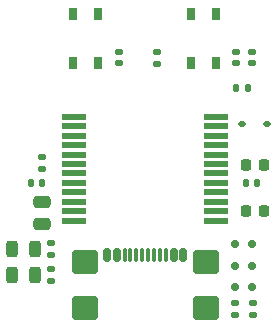
<source format=gtp>
G04 #@! TF.GenerationSoftware,KiCad,Pcbnew,7.0.11*
G04 #@! TF.CreationDate,2025-04-13T23:55:20+09:00*
G04 #@! TF.ProjectId,sch16t_evt,73636831-3674-45f6-9576-742e6b696361,rev?*
G04 #@! TF.SameCoordinates,Original*
G04 #@! TF.FileFunction,Paste,Top*
G04 #@! TF.FilePolarity,Positive*
%FSLAX46Y46*%
G04 Gerber Fmt 4.6, Leading zero omitted, Abs format (unit mm)*
G04 Created by KiCad (PCBNEW 7.0.11) date 2025-04-13 23:55:20*
%MOMM*%
%LPD*%
G01*
G04 APERTURE LIST*
G04 Aperture macros list*
%AMRoundRect*
0 Rectangle with rounded corners*
0 $1 Rounding radius*
0 $2 $3 $4 $5 $6 $7 $8 $9 X,Y pos of 4 corners*
0 Add a 4 corners polygon primitive as box body*
4,1,4,$2,$3,$4,$5,$6,$7,$8,$9,$2,$3,0*
0 Add four circle primitives for the rounded corners*
1,1,$1+$1,$2,$3*
1,1,$1+$1,$4,$5*
1,1,$1+$1,$6,$7*
1,1,$1+$1,$8,$9*
0 Add four rect primitives between the rounded corners*
20,1,$1+$1,$2,$3,$4,$5,0*
20,1,$1+$1,$4,$5,$6,$7,0*
20,1,$1+$1,$6,$7,$8,$9,0*
20,1,$1+$1,$8,$9,$2,$3,0*%
G04 Aperture macros list end*
%ADD10RoundRect,0.112500X-0.187500X-0.112500X0.187500X-0.112500X0.187500X0.112500X-0.187500X0.112500X0*%
%ADD11RoundRect,0.140000X0.170000X-0.140000X0.170000X0.140000X-0.170000X0.140000X-0.170000X-0.140000X0*%
%ADD12RoundRect,0.135000X0.185000X-0.135000X0.185000X0.135000X-0.185000X0.135000X-0.185000X-0.135000X0*%
%ADD13RoundRect,0.135000X-0.185000X0.135000X-0.185000X-0.135000X0.185000X-0.135000X0.185000X0.135000X0*%
%ADD14RoundRect,0.250000X-0.475000X0.250000X-0.475000X-0.250000X0.475000X-0.250000X0.475000X0.250000X0*%
%ADD15RoundRect,0.243750X-0.243750X-0.456250X0.243750X-0.456250X0.243750X0.456250X-0.243750X0.456250X0*%
%ADD16RoundRect,0.150000X-0.150000X-0.200000X0.150000X-0.200000X0.150000X0.200000X-0.150000X0.200000X0*%
%ADD17RoundRect,0.140000X-0.140000X-0.170000X0.140000X-0.170000X0.140000X0.170000X-0.140000X0.170000X0*%
%ADD18R,0.650000X1.050000*%
%ADD19RoundRect,0.150000X-0.150000X-0.425000X0.150000X-0.425000X0.150000X0.425000X-0.150000X0.425000X0*%
%ADD20RoundRect,0.075000X-0.075000X-0.500000X0.075000X-0.500000X0.075000X0.500000X-0.075000X0.500000X0*%
%ADD21RoundRect,0.250000X-0.840000X-0.750000X0.840000X-0.750000X0.840000X0.750000X-0.840000X0.750000X0*%
%ADD22R,2.000000X0.500000*%
%ADD23RoundRect,0.225000X-0.225000X-0.250000X0.225000X-0.250000X0.225000X0.250000X-0.225000X0.250000X0*%
%ADD24RoundRect,0.140000X0.140000X0.170000X-0.140000X0.170000X-0.140000X-0.170000X0.140000X-0.170000X0*%
%ADD25RoundRect,0.135000X0.135000X0.185000X-0.135000X0.185000X-0.135000X-0.185000X0.135000X-0.185000X0*%
G04 APERTURE END LIST*
D10*
X158200000Y-96200000D03*
X160300000Y-96200000D03*
D11*
X159000000Y-91075000D03*
X159000000Y-90115000D03*
D12*
X151000000Y-91120000D03*
X151000000Y-90100000D03*
D13*
X141300000Y-99000000D03*
X141300000Y-100020000D03*
X142000000Y-106250000D03*
X142000000Y-107270000D03*
D14*
X141250000Y-102800000D03*
X141250000Y-104700000D03*
D15*
X138750000Y-106770000D03*
X140625000Y-106770000D03*
D16*
X159000000Y-106400000D03*
X157600000Y-106400000D03*
D17*
X158500000Y-101200000D03*
X159460000Y-101200000D03*
D18*
X156000000Y-86925000D03*
X156000000Y-91075000D03*
X153850000Y-86925000D03*
X153850000Y-91075000D03*
D11*
X157700000Y-91075000D03*
X157700000Y-90115000D03*
D19*
X146800000Y-107320000D03*
X147600000Y-107320000D03*
D20*
X148750000Y-107320000D03*
X149750000Y-107320000D03*
X150250000Y-107320000D03*
X151250000Y-107320000D03*
D19*
X152400000Y-107320000D03*
X153200000Y-107320000D03*
X153200000Y-107320000D03*
X152400000Y-107320000D03*
D20*
X151750000Y-107320000D03*
X150750000Y-107320000D03*
X149250000Y-107320000D03*
X148250000Y-107320000D03*
D19*
X147600000Y-107320000D03*
X146800000Y-107320000D03*
D21*
X144890000Y-107895000D03*
X144890000Y-111825000D03*
X155110000Y-107895000D03*
X155110000Y-111825000D03*
D13*
X157600000Y-111390000D03*
X157600000Y-112410000D03*
D22*
X144000000Y-95600000D03*
X144000000Y-96400000D03*
X144000000Y-97200000D03*
X144000000Y-98000000D03*
X144000000Y-98800000D03*
X144000000Y-99600000D03*
X144000000Y-100400000D03*
X144000000Y-101200000D03*
X144000000Y-102000000D03*
X144000000Y-102800000D03*
X144000000Y-103600000D03*
X144000000Y-104400000D03*
X156000000Y-104400000D03*
X156000000Y-103600000D03*
X156000000Y-102800000D03*
X156000000Y-102000000D03*
X156000000Y-101200000D03*
X156000000Y-100400000D03*
X156000000Y-99600000D03*
X156000000Y-98800000D03*
X156000000Y-98000000D03*
X156000000Y-97200000D03*
X156000000Y-96400000D03*
X156000000Y-95600000D03*
D23*
X158500000Y-99700000D03*
X160050000Y-99700000D03*
D18*
X146000000Y-86925000D03*
X146000000Y-91075000D03*
X143850000Y-86925000D03*
X143850000Y-91075000D03*
D23*
X158500000Y-103613000D03*
X160050000Y-103613000D03*
D16*
X159000000Y-108200000D03*
X157600000Y-108200000D03*
X159000000Y-110000000D03*
X157600000Y-110000000D03*
D12*
X142000000Y-109520000D03*
X142000000Y-108500000D03*
D24*
X141300000Y-101200000D03*
X140340000Y-101200000D03*
D15*
X138750000Y-109000000D03*
X140625000Y-109000000D03*
D11*
X147800000Y-91075000D03*
X147800000Y-90115000D03*
D13*
X159100000Y-111390000D03*
X159100000Y-112410000D03*
D25*
X158720000Y-93200000D03*
X157700000Y-93200000D03*
M02*

</source>
